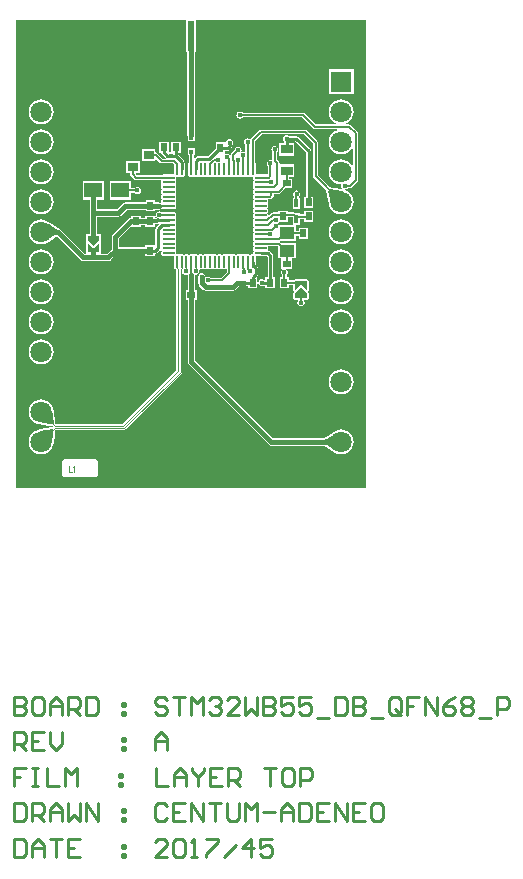
<source format=gtl>
G04 Layer_Physical_Order=1*
G04 Layer_Color=255*
%FSLAX44Y44*%
%MOMM*%
G71*
G01*
G75*
%ADD10R,0.5000X2.5000*%
%ADD11R,1.2000X4.9000*%
%ADD12R,0.3000X0.6500*%
%ADD13R,6.5000X6.5000*%
G04:AMPARAMS|DCode=14|XSize=0.25mm|YSize=1mm|CornerRadius=0mm|HoleSize=0mm|Usage=FLASHONLY|Rotation=270.000|XOffset=0mm|YOffset=0mm|HoleType=Round|Shape=Octagon|*
%AMOCTAGOND14*
4,1,8,0.5000,0.0625,0.5000,-0.0625,0.4375,-0.1250,-0.4375,-0.1250,-0.5000,-0.0625,-0.5000,0.0625,-0.4375,0.1250,0.4375,0.1250,0.5000,0.0625,0.0*
%
%ADD14OCTAGOND14*%

G04:AMPARAMS|DCode=15|XSize=0.25mm|YSize=1mm|CornerRadius=0mm|HoleSize=0mm|Usage=FLASHONLY|Rotation=180.000|XOffset=0mm|YOffset=0mm|HoleType=Round|Shape=Octagon|*
%AMOCTAGOND15*
4,1,8,0.0625,-0.5000,-0.0625,-0.5000,-0.1250,-0.4375,-0.1250,0.4375,-0.0625,0.5000,0.0625,0.5000,0.1250,0.4375,0.1250,-0.4375,0.0625,-0.5000,0.0*
%
%ADD15OCTAGOND15*%

%ADD16C,0.2540*%
%ADD17R,0.5080X0.6350*%
%ADD18R,0.6350X0.5080*%
%ADD19R,1.2500X1.0000*%
%ADD20R,1.0000X0.8000*%
%ADD21R,0.8500X0.7500*%
%ADD22R,1.5240X1.2700*%
%ADD23R,0.3000X0.3000*%
%ADD24C,0.2500*%
%ADD25C,0.4000*%
%ADD26C,0.2000*%
%ADD27C,0.4500*%
%ADD28C,0.1000*%
%ADD29C,0.2100*%
%ADD30C,0.1500*%
%ADD31C,0.3000*%
%ADD32C,0.2540*%
%ADD33C,0.1020*%
%ADD34C,1.8000*%
%ADD35R,1.8000X1.8000*%
%ADD36C,0.4000*%
G36*
X297961Y2039D02*
X2039D01*
Y397961D01*
X146000D01*
Y370810D01*
X146796D01*
Y301300D01*
X147049Y300032D01*
X147080Y299985D01*
Y295570D01*
X153080D01*
Y299895D01*
X153171Y300032D01*
X153424Y301300D01*
Y370810D01*
X154000D01*
Y397961D01*
X297961D01*
Y2039D01*
D02*
G37*
%LPC*%
G36*
X23000Y127991D02*
X20259Y127630D01*
X17705Y126572D01*
X15511Y124889D01*
X13828Y122695D01*
X12770Y120141D01*
X12409Y117400D01*
X12770Y114659D01*
X13828Y112105D01*
X15511Y109911D01*
X17705Y108228D01*
X20259Y107170D01*
X23000Y106809D01*
X25741Y107170D01*
X28295Y108228D01*
X30489Y109911D01*
X32172Y112105D01*
X33230Y114659D01*
X33591Y117400D01*
X33230Y120141D01*
X32172Y122695D01*
X30489Y124889D01*
X28295Y126572D01*
X25741Y127630D01*
X23000Y127991D01*
D02*
G37*
G36*
X277000Y204191D02*
X274259Y203830D01*
X271705Y202772D01*
X269511Y201089D01*
X267828Y198895D01*
X266770Y196341D01*
X266409Y193600D01*
X266770Y190859D01*
X267828Y188305D01*
X269511Y186111D01*
X271705Y184428D01*
X274259Y183370D01*
X277000Y183009D01*
X279741Y183370D01*
X282295Y184428D01*
X284489Y186111D01*
X286172Y188305D01*
X287230Y190859D01*
X287591Y193600D01*
X287230Y196341D01*
X286172Y198895D01*
X284489Y201089D01*
X282295Y202772D01*
X279741Y203830D01*
X277000Y204191D01*
D02*
G37*
G36*
X23000Y254991D02*
X20259Y254630D01*
X17705Y253572D01*
X15511Y251889D01*
X13828Y249695D01*
X12770Y247141D01*
X12409Y244400D01*
X12770Y241659D01*
X13828Y239105D01*
X15511Y236911D01*
X17705Y235228D01*
X20259Y234170D01*
X23000Y233809D01*
X25741Y234170D01*
X28295Y235228D01*
X30489Y236911D01*
X32172Y239105D01*
X33230Y241659D01*
X33591Y244400D01*
X33230Y247141D01*
X32172Y249695D01*
X30489Y251889D01*
X28295Y253572D01*
X25741Y254630D01*
X23000Y254991D01*
D02*
G37*
G36*
X277000Y229591D02*
X274259Y229230D01*
X271705Y228172D01*
X269511Y226489D01*
X267828Y224295D01*
X266770Y221741D01*
X266409Y219000D01*
X266770Y216259D01*
X267828Y213705D01*
X269511Y211511D01*
X271705Y209828D01*
X274259Y208770D01*
X277000Y208409D01*
X279741Y208770D01*
X282295Y209828D01*
X284489Y211511D01*
X286172Y213705D01*
X287230Y216259D01*
X287591Y219000D01*
X287230Y221741D01*
X286172Y224295D01*
X284489Y226489D01*
X282295Y228172D01*
X279741Y229230D01*
X277000Y229591D01*
D02*
G37*
G36*
Y102591D02*
X274259Y102230D01*
X271705Y101172D01*
X269511Y99489D01*
X267828Y97295D01*
X266770Y94741D01*
X266409Y92000D01*
X266770Y89259D01*
X267828Y86705D01*
X269511Y84511D01*
X271705Y82828D01*
X274259Y81770D01*
X277000Y81409D01*
X279741Y81770D01*
X282295Y82828D01*
X284489Y84511D01*
X286172Y86705D01*
X287230Y89259D01*
X287591Y92000D01*
X287230Y94741D01*
X286172Y97295D01*
X284489Y99489D01*
X282295Y101172D01*
X279741Y102230D01*
X277000Y102591D01*
D02*
G37*
G36*
Y178791D02*
X274259Y178430D01*
X271705Y177372D01*
X269511Y175689D01*
X267828Y173495D01*
X266770Y170941D01*
X266409Y168200D01*
X266770Y165459D01*
X267828Y162905D01*
X269511Y160711D01*
X271705Y159028D01*
X274259Y157970D01*
X277000Y157609D01*
X279741Y157970D01*
X282295Y159028D01*
X284489Y160711D01*
X286172Y162905D01*
X287230Y165459D01*
X287591Y168200D01*
X287230Y170941D01*
X286172Y173495D01*
X284489Y175689D01*
X282295Y177372D01*
X279741Y178430D01*
X277000Y178791D01*
D02*
G37*
G36*
X23000D02*
X20259Y178430D01*
X17705Y177372D01*
X15511Y175689D01*
X13828Y173495D01*
X12770Y170941D01*
X12409Y168200D01*
X12770Y165459D01*
X13828Y162905D01*
X15511Y160711D01*
X17705Y159028D01*
X20259Y157970D01*
X23000Y157609D01*
X25741Y157970D01*
X28295Y159028D01*
X30489Y160711D01*
X32172Y162905D01*
X33230Y165459D01*
X33591Y168200D01*
X33230Y170941D01*
X32172Y173495D01*
X30489Y175689D01*
X28295Y177372D01*
X25741Y178430D01*
X23000Y178791D01*
D02*
G37*
G36*
X277000Y153391D02*
X274259Y153030D01*
X271705Y151972D01*
X269511Y150289D01*
X267828Y148095D01*
X266770Y145541D01*
X266409Y142800D01*
X266770Y140059D01*
X267828Y137505D01*
X269511Y135311D01*
X271705Y133628D01*
X274259Y132570D01*
X277000Y132209D01*
X279741Y132570D01*
X282295Y133628D01*
X284489Y135311D01*
X286172Y137505D01*
X287230Y140059D01*
X287591Y142800D01*
X287230Y145541D01*
X286172Y148095D01*
X284489Y150289D01*
X282295Y151972D01*
X279741Y153030D01*
X277000Y153391D01*
D02*
G37*
G36*
X23000Y204191D02*
X20259Y203830D01*
X17705Y202772D01*
X15511Y201089D01*
X13828Y198895D01*
X12770Y196341D01*
X12409Y193600D01*
X12770Y190859D01*
X13828Y188305D01*
X15511Y186111D01*
X17705Y184428D01*
X20259Y183370D01*
X23000Y183009D01*
X25741Y183370D01*
X28295Y184428D01*
X30489Y186111D01*
X32172Y188305D01*
X33230Y190859D01*
X33591Y193600D01*
X33230Y196341D01*
X32172Y198895D01*
X30489Y201089D01*
X28295Y202772D01*
X25741Y203830D01*
X23000Y204191D01*
D02*
G37*
G36*
Y153391D02*
X20259Y153030D01*
X17705Y151972D01*
X15511Y150289D01*
X13828Y148095D01*
X12770Y145541D01*
X12409Y142800D01*
X12770Y140059D01*
X13828Y137505D01*
X15511Y135311D01*
X17705Y133628D01*
X20259Y132570D01*
X23000Y132209D01*
X25741Y132570D01*
X28295Y133628D01*
X30489Y135311D01*
X32172Y137505D01*
X33230Y140059D01*
X33591Y142800D01*
X33230Y145541D01*
X32172Y148095D01*
X30489Y150289D01*
X28295Y151972D01*
X25741Y153030D01*
X23000Y153391D01*
D02*
G37*
G36*
Y305791D02*
X20259Y305430D01*
X17705Y304372D01*
X15511Y302689D01*
X13828Y300495D01*
X12770Y297941D01*
X12409Y295200D01*
X12770Y292459D01*
X13828Y289905D01*
X15511Y287711D01*
X17705Y286028D01*
X20259Y284970D01*
X23000Y284609D01*
X25741Y284970D01*
X28295Y286028D01*
X30489Y287711D01*
X32172Y289905D01*
X33230Y292459D01*
X33591Y295200D01*
X33230Y297941D01*
X32172Y300495D01*
X30489Y302689D01*
X28295Y304372D01*
X25741Y305430D01*
X23000Y305791D01*
D02*
G37*
G36*
Y280391D02*
X20259Y280030D01*
X17705Y278972D01*
X15511Y277289D01*
X13828Y275095D01*
X12770Y272541D01*
X12409Y269800D01*
X12770Y267059D01*
X13828Y264505D01*
X15511Y262311D01*
X17705Y260628D01*
X20259Y259570D01*
X23000Y259209D01*
X25741Y259570D01*
X28295Y260628D01*
X30489Y262311D01*
X32172Y264505D01*
X33230Y267059D01*
X33591Y269800D01*
X33230Y272541D01*
X32172Y275095D01*
X30489Y277289D01*
X28295Y278972D01*
X25741Y280030D01*
X23000Y280391D01*
D02*
G37*
G36*
X69302Y26453D02*
X42302D01*
X41154Y25978D01*
X40679Y24830D01*
Y12830D01*
X41154Y11682D01*
X42302Y11206D01*
X69302D01*
X70450Y11682D01*
X70926Y12830D01*
Y24830D01*
X70450Y25978D01*
X69302Y26453D01*
D02*
G37*
G36*
X287500Y356500D02*
X266500D01*
Y335500D01*
X287500D01*
Y356500D01*
D02*
G37*
G36*
X23000Y331191D02*
X20259Y330830D01*
X17705Y329772D01*
X15511Y328089D01*
X13828Y325895D01*
X12770Y323341D01*
X12409Y320600D01*
X12770Y317859D01*
X13828Y315305D01*
X15511Y313111D01*
X17705Y311428D01*
X20259Y310370D01*
X23000Y310009D01*
X25741Y310370D01*
X28295Y311428D01*
X30489Y313111D01*
X32172Y315305D01*
X33230Y317859D01*
X33591Y320600D01*
X33230Y323341D01*
X32172Y325895D01*
X30489Y328089D01*
X28295Y329772D01*
X25741Y330830D01*
X23000Y331191D01*
D02*
G37*
G36*
X277000D02*
X274259Y330830D01*
X271705Y329772D01*
X269511Y328089D01*
X267828Y325895D01*
X266770Y323341D01*
X266409Y320600D01*
X266770Y317859D01*
X267828Y315305D01*
X269511Y313111D01*
X271705Y311428D01*
X274165Y310409D01*
X274065Y309909D01*
X255845D01*
X246442Y319312D01*
X245780Y319754D01*
X245000Y319909D01*
X193624D01*
X193541Y320033D01*
X192549Y320696D01*
X191378Y320929D01*
X190208Y320696D01*
X189215Y320033D01*
X188552Y319041D01*
X188319Y317870D01*
X188552Y316700D01*
X189215Y315707D01*
X190208Y315044D01*
X191378Y314811D01*
X192549Y315044D01*
X193541Y315707D01*
X193624Y315831D01*
X244155D01*
X253558Y306428D01*
X253558Y306428D01*
X254220Y305986D01*
X255000Y305831D01*
X273921D01*
X274020Y305331D01*
X271705Y304372D01*
X269511Y302689D01*
X267828Y300495D01*
X266770Y297941D01*
X266409Y295200D01*
X266770Y292459D01*
X267828Y289905D01*
X269511Y287711D01*
X271705Y286028D01*
X274259Y284970D01*
X277000Y284609D01*
X279741Y284970D01*
X282295Y286028D01*
X284489Y287711D01*
X286172Y289905D01*
X286670Y291109D01*
X287161Y291011D01*
Y273989D01*
X286670Y273891D01*
X286172Y275095D01*
X284489Y277289D01*
X282295Y278972D01*
X279741Y280030D01*
X277000Y280391D01*
X274259Y280030D01*
X271705Y278972D01*
X269511Y277289D01*
X267828Y275095D01*
X266770Y272541D01*
X266409Y269800D01*
X266770Y267059D01*
X267828Y264505D01*
X269511Y262311D01*
X271705Y260628D01*
X274259Y259570D01*
X276743Y259243D01*
X276757Y259237D01*
X277093Y258797D01*
X277110Y258720D01*
X276941Y257870D01*
X277174Y256700D01*
X277837Y255707D01*
X278192Y255470D01*
X278007Y254992D01*
X271924Y255919D01*
X269080Y256458D01*
X268596Y256578D01*
X268406Y256640D01*
X268346Y256673D01*
X268283Y256680D01*
X268260Y256687D01*
X268234Y256685D01*
X267941Y256717D01*
X267564Y256874D01*
X267455Y256828D01*
X257539Y266745D01*
Y294370D01*
X257539Y294370D01*
X257384Y295150D01*
X256942Y295812D01*
X256942Y295812D01*
X247812Y304942D01*
X247150Y305384D01*
X246370Y305539D01*
X208758D01*
X208758Y305539D01*
X207978Y305384D01*
X207316Y304942D01*
X207316Y304942D01*
X200568Y298194D01*
X200126Y297533D01*
X199807Y297400D01*
X199170Y297826D01*
X198000Y298059D01*
X196829Y297826D01*
X195837Y297163D01*
X195174Y296171D01*
X194941Y295000D01*
X195174Y293829D01*
X195837Y292837D01*
X195971Y292748D01*
Y286469D01*
X195530Y286233D01*
X195170Y286473D01*
X194000Y286706D01*
X192898Y286487D01*
X192675Y286686D01*
X192536Y286878D01*
X192759Y288000D01*
X192526Y289170D01*
X191863Y290163D01*
X190870Y290826D01*
X189700Y291059D01*
X188529Y290826D01*
X187537Y290163D01*
X186874Y289170D01*
X186641Y288000D01*
X186670Y287854D01*
X184083Y285267D01*
X183641Y284605D01*
X183486Y283825D01*
Y283587D01*
X183277Y283517D01*
X182986Y283504D01*
X182370Y284426D01*
X181378Y285089D01*
X180207Y285322D01*
X179545Y285190D01*
X179079Y285167D01*
X179079Y285167D01*
X178740Y285492D01*
X178740Y285492D01*
X178740Y285738D01*
Y287716D01*
X180927D01*
X181805Y287891D01*
X182549Y288388D01*
X184122Y289961D01*
X184619Y290706D01*
X184794Y291584D01*
X184794Y291584D01*
Y292533D01*
X185326Y293330D01*
X185559Y294500D01*
X185326Y295671D01*
X184663Y296663D01*
X183671Y297326D01*
X182500Y297559D01*
X181329Y297326D01*
X180337Y296663D01*
X179674Y295671D01*
X179441Y294500D01*
X179674Y293330D01*
X180044Y292777D01*
X179758Y292304D01*
X178740D01*
Y294685D01*
X170660D01*
Y289215D01*
X164340Y282894D01*
X156112D01*
X155234Y282719D01*
X154490Y282222D01*
X152559Y280291D01*
X152059Y280499D01*
Y283830D01*
X153080D01*
Y289830D01*
X147080D01*
Y283830D01*
X147981D01*
Y277705D01*
X147260Y276985D01*
Y266735D01*
X148635Y265360D01*
X151385D01*
X152010Y265985D01*
X152635Y265360D01*
X155385D01*
X156010Y265985D01*
X156635Y265360D01*
X159385D01*
X160010Y265985D01*
X160635Y265360D01*
X163385D01*
X164010Y265985D01*
X164635Y265360D01*
X167385D01*
X168010Y265985D01*
X168635Y265360D01*
X171385D01*
X172010Y265985D01*
X172635Y265360D01*
X175385D01*
X176010Y265985D01*
X176635Y265360D01*
X179385D01*
X180010Y265985D01*
X180635Y265360D01*
X183385D01*
X184010Y265985D01*
X184635Y265360D01*
X187385D01*
X188010Y265985D01*
X188635Y265360D01*
X191385D01*
X192010Y265985D01*
X192635Y265360D01*
X195385D01*
X196010Y265985D01*
X196635Y265360D01*
X199385D01*
X200010Y265985D01*
X200635Y265360D01*
X202288D01*
Y263453D01*
X202913Y262828D01*
X202288Y262203D01*
Y259453D01*
X202913Y258828D01*
X202288Y258203D01*
Y255453D01*
X202913Y254828D01*
X202288Y254203D01*
Y251453D01*
X202913Y250828D01*
X202288Y250203D01*
Y247453D01*
X202913Y246828D01*
X202288Y246203D01*
Y243453D01*
X202913Y242828D01*
X202288Y242203D01*
Y239453D01*
X202913Y238828D01*
X202288Y238203D01*
Y235453D01*
X202913Y234828D01*
X202288Y234203D01*
Y231453D01*
X202913Y230828D01*
X202288Y230203D01*
Y227453D01*
X202913Y226828D01*
X202288Y226203D01*
Y223453D01*
X202913Y222828D01*
X202288Y222203D01*
Y219453D01*
X202913Y218828D01*
X202288Y218203D01*
Y215453D01*
X202913Y214828D01*
X202288Y214203D01*
Y211453D01*
X202913Y210828D01*
X202288Y210203D01*
Y207453D01*
X202913Y206828D01*
X202288Y206203D01*
Y203453D01*
X202913Y202828D01*
X202288Y202203D01*
Y200296D01*
X200635D01*
X200010Y199671D01*
X199385Y200296D01*
X196635D01*
X196010Y199671D01*
X195385Y200296D01*
X192635D01*
X192010Y199671D01*
X191385Y200296D01*
X188635D01*
X188010Y199671D01*
X187385Y200296D01*
X184635D01*
X184010Y199671D01*
X183385Y200296D01*
X180635D01*
X180010Y199671D01*
X179385Y200296D01*
X176635D01*
X176010Y199671D01*
X175385Y200296D01*
X172635D01*
X172010Y199671D01*
X171385Y200296D01*
X168635D01*
X168010Y199671D01*
X167385Y200296D01*
X164635D01*
X164010Y199671D01*
X163385Y200296D01*
X160635D01*
X160010Y199671D01*
X159385Y200296D01*
X156635D01*
X156010Y199671D01*
X155385Y200296D01*
X152635D01*
X152010Y199671D01*
X151385Y200296D01*
X148635D01*
X148010Y199671D01*
X147385Y200296D01*
X144635D01*
X144010Y199671D01*
X143385Y200296D01*
X140635D01*
X140010Y199671D01*
X139385Y200296D01*
X137478D01*
Y202203D01*
X136853Y202828D01*
X137478Y203453D01*
Y206203D01*
X136853Y206828D01*
X137478Y207453D01*
Y210203D01*
X136853Y210828D01*
X137478Y211453D01*
Y214203D01*
X136853Y214828D01*
X137478Y215453D01*
Y218203D01*
X136853Y218828D01*
X137478Y219453D01*
Y222203D01*
X136853Y222828D01*
X137478Y223453D01*
Y226203D01*
X136853Y226828D01*
X137478Y227453D01*
Y230203D01*
X136853Y230828D01*
X137478Y231453D01*
Y234203D01*
X136103Y235578D01*
X125853D01*
X125614Y235338D01*
X125363Y235363D01*
X124370Y236026D01*
X123200Y236259D01*
X122029Y236026D01*
X121037Y235363D01*
X120374Y234370D01*
X120141Y233200D01*
X120374Y232029D01*
X120969Y231139D01*
X120208Y230630D01*
X119986Y230409D01*
X119040D01*
Y232535D01*
X110960D01*
Y230949D01*
X107540D01*
Y232565D01*
X99460D01*
Y230949D01*
X99063D01*
X97893Y230716D01*
X96900Y230053D01*
X83537Y216689D01*
X82874Y215697D01*
X82641Y214526D01*
X82641Y214526D01*
Y204387D01*
X78513Y200259D01*
X73646D01*
X73460Y200759D01*
X73912Y201850D01*
Y209700D01*
X73436Y210848D01*
X73555Y211340D01*
X73912Y212200D01*
Y215820D01*
X73436Y216968D01*
X72288Y217444D01*
X70347D01*
Y231751D01*
X88336D01*
X88336Y231751D01*
X89507Y231984D01*
X90499Y232647D01*
X95621Y237769D01*
X111553D01*
Y236153D01*
X119633D01*
Y237769D01*
X122680D01*
X123850Y238002D01*
X124843Y238665D01*
X125354Y238577D01*
X125853Y238078D01*
X136103D01*
X137478Y239453D01*
Y242203D01*
X136853Y242828D01*
X137478Y243453D01*
Y246203D01*
X136853Y246828D01*
X137478Y247453D01*
Y250203D01*
X136853Y250828D01*
X137478Y251453D01*
Y254203D01*
X136853Y254828D01*
X137478Y255453D01*
Y258203D01*
X136853Y258828D01*
X137478Y259453D01*
Y262203D01*
X136853Y262828D01*
X137478Y263453D01*
Y265360D01*
X139385D01*
X140010Y265985D01*
X140635Y265360D01*
X143385D01*
X144760Y266735D01*
Y276985D01*
X144304Y277441D01*
Y278300D01*
X144130Y279178D01*
X143632Y279922D01*
X139304Y284250D01*
Y285935D01*
X141040D01*
Y295285D01*
X132960D01*
Y286331D01*
X131930Y286126D01*
X131443Y285801D01*
X131040Y286133D01*
Y295385D01*
X122960D01*
Y286035D01*
X124767D01*
X124891Y285412D01*
X125388Y284668D01*
X128288Y281768D01*
X128350Y281726D01*
X128398Y281678D01*
X128756Y281439D01*
X128604Y280939D01*
X126047D01*
X121394Y285592D01*
X120733Y286034D01*
X119952Y286189D01*
X119800D01*
Y289400D01*
X108300D01*
Y278900D01*
X119800D01*
Y280765D01*
X120262Y280956D01*
X123760Y277458D01*
X124422Y277016D01*
X125202Y276861D01*
X134242D01*
X135260Y275842D01*
Y267578D01*
X125853D01*
X125142Y266867D01*
X104317D01*
X103246Y267938D01*
X103437Y268400D01*
X106300D01*
Y278900D01*
X94800D01*
Y268400D01*
X98511D01*
Y267750D01*
X98666Y266970D01*
X99108Y266308D01*
X102030Y263386D01*
X102030Y263386D01*
X102692Y262944D01*
X103472Y262789D01*
X124411D01*
X124602Y262327D01*
X124478Y262203D01*
Y259453D01*
X125103Y258828D01*
X124478Y258203D01*
Y255453D01*
X125103Y254828D01*
X124478Y254203D01*
Y251453D01*
X125103Y250828D01*
X124478Y250203D01*
Y247453D01*
X125103Y246828D01*
X124478Y246203D01*
Y243836D01*
X123978Y243568D01*
X123850Y243654D01*
X122680Y243887D01*
X119633D01*
Y245503D01*
X111553D01*
Y243887D01*
X94354D01*
X93183Y243654D01*
X92191Y242991D01*
X92191Y242991D01*
X87069Y237869D01*
X70399D01*
Y246109D01*
X76460D01*
Y261809D01*
X58220D01*
Y246109D01*
X64281D01*
Y235465D01*
X64181Y234962D01*
X64229Y234721D01*
Y217444D01*
X62288D01*
X61140Y216968D01*
X60664Y215820D01*
Y212200D01*
X61021Y211340D01*
X61140Y210848D01*
X60664Y209700D01*
Y201850D01*
X61116Y200759D01*
X60930Y200259D01*
X59947D01*
X39173Y221033D01*
X38379Y221563D01*
X38303Y221852D01*
X38203Y221910D01*
X38158Y222018D01*
X37678Y222217D01*
X37230Y222479D01*
X36988Y222512D01*
X36718Y222599D01*
X36326Y222773D01*
X30739Y226465D01*
X29460Y227434D01*
X29152Y227515D01*
X28295Y228172D01*
X25741Y229230D01*
X23000Y229591D01*
X20259Y229230D01*
X17705Y228172D01*
X15511Y226489D01*
X13828Y224295D01*
X12770Y221741D01*
X12409Y219000D01*
X12770Y216259D01*
X13828Y213705D01*
X15511Y211511D01*
X17705Y209828D01*
X20259Y208770D01*
X23000Y208409D01*
X25741Y208770D01*
X28295Y209828D01*
X29006Y210374D01*
X29293Y210441D01*
X31831Y212264D01*
X33918Y213654D01*
X35566Y214626D01*
X36179Y214935D01*
X36489Y215065D01*
X56517Y195037D01*
X57509Y194374D01*
X58680Y194141D01*
X58680Y194141D01*
X67000D01*
X67144Y194170D01*
X67288Y194141D01*
X79780D01*
X79780Y194141D01*
X80951Y194374D01*
X81943Y195037D01*
X86707Y199801D01*
X110960D01*
Y198185D01*
X119040D01*
Y200566D01*
X119360D01*
X120238Y200740D01*
X120982Y201238D01*
X123682Y203938D01*
X123978Y204381D01*
X124478Y204229D01*
Y203453D01*
X125103Y202828D01*
X124478Y202203D01*
Y199453D01*
X125853Y198078D01*
X135260D01*
Y188671D01*
X136635Y187296D01*
X136801D01*
X136862Y187148D01*
X137387Y186623D01*
Y101911D01*
X91899Y56424D01*
X35473D01*
X35140Y56757D01*
X35150Y56781D01*
X35102Y56895D01*
X35133Y57015D01*
X33517Y68101D01*
X33358Y68369D01*
X33230Y69341D01*
X32172Y71895D01*
X30489Y74089D01*
X28295Y75772D01*
X25741Y76830D01*
X23000Y77191D01*
X20259Y76830D01*
X17705Y75772D01*
X15511Y74089D01*
X13828Y71895D01*
X12770Y69341D01*
X12409Y66600D01*
X12770Y63859D01*
X13828Y61305D01*
X15511Y59111D01*
X17705Y57428D01*
X20259Y56370D01*
X21233Y56242D01*
X21502Y56083D01*
X29790Y54894D01*
X32416Y54499D01*
X32494Y54483D01*
X32661Y54516D01*
X32819Y54450D01*
X32843Y54461D01*
X33404Y53900D01*
X32843Y53340D01*
X32819Y53350D01*
X32705Y53302D01*
X32585Y53333D01*
X21499Y51717D01*
X21231Y51558D01*
X20259Y51430D01*
X17705Y50372D01*
X15511Y48689D01*
X13828Y46495D01*
X12770Y43941D01*
X12409Y41200D01*
X12770Y38459D01*
X13828Y35905D01*
X15511Y33711D01*
X17705Y32028D01*
X20259Y30970D01*
X23000Y30609D01*
X25741Y30970D01*
X28295Y32028D01*
X30489Y33711D01*
X32172Y35905D01*
X33230Y38459D01*
X33358Y39433D01*
X33517Y39702D01*
X34706Y47990D01*
X35101Y50616D01*
X35117Y50693D01*
X35107Y50745D01*
X35367Y51093D01*
X35612Y51176D01*
X93400D01*
X94548Y51652D01*
X142158Y99262D01*
X142634Y100410D01*
Y184482D01*
X143134Y184531D01*
X143174Y184329D01*
X143837Y183337D01*
X144830Y182674D01*
X146000Y182441D01*
X146601Y182561D01*
X146784Y182377D01*
X146952Y182121D01*
Y169640D01*
X145335D01*
Y161560D01*
X146991D01*
Y108850D01*
X146991Y108850D01*
X147224Y107680D01*
X147887Y106687D01*
X215667Y38907D01*
X216660Y38244D01*
X217830Y38011D01*
X217830Y38011D01*
X261679D01*
X261679Y38011D01*
X261725Y37905D01*
X262208Y37713D01*
X262661Y37458D01*
X262952Y37423D01*
X263268Y37331D01*
X263765Y37128D01*
X264359Y36836D01*
X269406Y33586D01*
X270706Y32641D01*
X270996Y32572D01*
X271705Y32028D01*
X274259Y30970D01*
X277000Y30609D01*
X279741Y30970D01*
X282295Y32028D01*
X284489Y33711D01*
X286172Y35905D01*
X287230Y38459D01*
X287591Y41200D01*
X287230Y43941D01*
X286172Y46495D01*
X284489Y48689D01*
X282295Y50372D01*
X279741Y51430D01*
X277000Y51791D01*
X274259Y51430D01*
X271705Y50372D01*
X270864Y49727D01*
X270562Y49651D01*
X268030Y47769D01*
X265942Y46335D01*
X264285Y45334D01*
X263666Y45016D01*
X263178Y44809D01*
X262874Y44716D01*
X262593Y44681D01*
X262125Y44414D01*
X261632Y44201D01*
X261603Y44129D01*
X219097D01*
X153109Y110117D01*
Y161560D01*
X154685D01*
Y169640D01*
X153069D01*
Y182194D01*
X152992Y182580D01*
X153346Y182933D01*
X154010Y182801D01*
X155181Y183034D01*
X156173Y183697D01*
X156836Y184689D01*
X157069Y185860D01*
X156883Y186796D01*
X157214Y187296D01*
X159385D01*
X160010Y187921D01*
X160635Y187296D01*
X163385D01*
X164010Y187921D01*
X164635Y187296D01*
X167385D01*
X168010Y187921D01*
X168635Y187296D01*
X171385D01*
X172010Y187921D01*
X172635Y187296D01*
X175385D01*
X176010Y187921D01*
X176635Y187296D01*
X179385D01*
X179509Y187420D01*
X179971Y187229D01*
Y184704D01*
X175106Y179839D01*
X166546D01*
X166463Y179963D01*
X165471Y180626D01*
X164300Y180859D01*
X163130Y180626D01*
X162600Y180272D01*
X162159Y180508D01*
Y180900D01*
X161926Y182071D01*
X161263Y183063D01*
X160271Y183726D01*
X159100Y183959D01*
X157929Y183726D01*
X156937Y183063D01*
X156274Y182071D01*
X156041Y180900D01*
Y175500D01*
X156041Y175500D01*
X156274Y174329D01*
X156937Y173337D01*
X156937Y173337D01*
X160337Y169937D01*
X160337Y169937D01*
X161329Y169274D01*
X162500Y169041D01*
X162500Y169041D01*
X185250D01*
X185251Y169041D01*
X186421Y169274D01*
X187413Y169937D01*
X190287Y172811D01*
X195000D01*
X196171Y173044D01*
X196967Y173576D01*
X197970D01*
Y171175D01*
X206050D01*
Y180525D01*
X205432D01*
X205241Y180986D01*
X206222Y181968D01*
X206719Y182712D01*
X206894Y183590D01*
Y187919D01*
X206719Y188797D01*
X206222Y189541D01*
X204760Y191003D01*
Y198078D01*
X213913D01*
X214432Y198027D01*
X214716Y197743D01*
Y180514D01*
X212970D01*
Y178133D01*
X211997D01*
X211201Y178665D01*
X210031Y178898D01*
X208860Y178665D01*
X207868Y178002D01*
X207205Y177010D01*
X206972Y175839D01*
X207205Y174669D01*
X207868Y173676D01*
X208860Y173013D01*
X210031Y172780D01*
X211201Y173013D01*
X211997Y173545D01*
X212970D01*
Y171164D01*
X221050D01*
Y180514D01*
X219304D01*
Y198860D01*
X219130Y199738D01*
X218632Y200482D01*
X216664Y202450D01*
X215920Y202947D01*
X215561Y203019D01*
X215288Y203453D01*
Y206203D01*
X215164Y206327D01*
X215356Y206789D01*
X223197D01*
X223250Y206736D01*
Y196370D01*
X226239D01*
X226335Y195910D01*
X226335D01*
Y187830D01*
X227130D01*
X227282Y187330D01*
X226837Y187033D01*
X226174Y186040D01*
X225941Y184870D01*
X226174Y183699D01*
X226837Y182707D01*
X226961Y182624D01*
Y180535D01*
X224960D01*
Y171185D01*
X233040D01*
Y173911D01*
X236376D01*
Y169370D01*
X236852Y168222D01*
X236886Y168052D01*
X236852Y168018D01*
X236376Y166870D01*
Y163250D01*
X236852Y162102D01*
X238000Y161626D01*
X240961D01*
Y161115D01*
X240837Y161033D01*
X240174Y160040D01*
X239941Y158870D01*
X240174Y157699D01*
X240837Y156707D01*
X241829Y156044D01*
X243000Y155811D01*
X244170Y156044D01*
X245163Y156707D01*
X245826Y157699D01*
X246059Y158870D01*
X245826Y160040D01*
X245163Y161033D01*
X245039Y161115D01*
Y161626D01*
X248000D01*
X249148Y162102D01*
X249624Y163250D01*
Y166870D01*
X249148Y168018D01*
X249114Y168052D01*
X249148Y168222D01*
X249624Y169370D01*
Y177220D01*
X249148Y178368D01*
X248000Y178844D01*
X238000D01*
X236852Y178368D01*
X236695Y177989D01*
X233040D01*
Y180535D01*
X231039D01*
Y182624D01*
X231163Y182707D01*
X231826Y183699D01*
X232059Y184870D01*
X231826Y186040D01*
X231163Y187033D01*
X230718Y187330D01*
X230870Y187830D01*
X235685D01*
Y195910D01*
X235685D01*
X235782Y196370D01*
X238750D01*
Y209370D01*
X226384D01*
X225484Y210270D01*
X225251Y210426D01*
X225276Y210737D01*
X225334Y210972D01*
X225930Y211370D01*
X238750D01*
Y215821D01*
X240960D01*
Y213185D01*
X249040D01*
Y222535D01*
X240960D01*
Y219899D01*
X238750D01*
Y224370D01*
X224625D01*
X224526Y224870D01*
X223863Y225863D01*
X223708Y225966D01*
Y226466D01*
X224263Y226837D01*
X224594Y227333D01*
X231878D01*
Y231261D01*
X235975D01*
X236014Y231222D01*
Y224974D01*
X242014D01*
Y229831D01*
X245460D01*
Y227235D01*
X253540D01*
Y236585D01*
X245460D01*
Y233909D01*
X242014D01*
Y234474D01*
X238530D01*
X238262Y234742D01*
X237600Y235184D01*
X236820Y235339D01*
X231878D01*
Y236683D01*
X223798D01*
Y235339D01*
X219000D01*
X219000Y235339D01*
X218220Y235184D01*
X217558Y234742D01*
X217558Y234742D01*
X215750Y232934D01*
X215288Y233125D01*
Y234203D01*
X214663Y234828D01*
X215288Y235453D01*
Y238203D01*
X214663Y238828D01*
X215288Y239453D01*
Y242203D01*
X214663Y242828D01*
X215288Y243453D01*
Y246203D01*
X215164Y246327D01*
X215356Y246789D01*
X216978D01*
X217759Y246944D01*
X218420Y247386D01*
X219452Y248418D01*
X219452Y248418D01*
X219894Y249079D01*
X220049Y249860D01*
X220049Y249860D01*
Y250789D01*
X223989D01*
X224769Y250944D01*
X225431Y251386D01*
X229864Y255820D01*
X235695D01*
Y263900D01*
X233060D01*
Y265343D01*
X237510D01*
Y276343D01*
X224839D01*
Y277100D01*
X224684Y277880D01*
X224242Y278542D01*
X224242Y278542D01*
X222939Y279845D01*
Y286654D01*
X223063Y286737D01*
X223726Y287729D01*
X223959Y288900D01*
X223726Y290070D01*
X223063Y291063D01*
X222071Y291726D01*
X220900Y291959D01*
X219729Y291726D01*
X218737Y291063D01*
X218074Y290070D01*
X217841Y288900D01*
X218074Y287729D01*
X218737Y286737D01*
X218861Y286654D01*
Y279762D01*
X218420Y279526D01*
X218181Y279686D01*
X217010Y279918D01*
X215840Y279686D01*
X214847Y279023D01*
X214184Y278030D01*
X213951Y276860D01*
X214184Y275689D01*
X214847Y274697D01*
X214971Y274614D01*
Y267227D01*
X214471Y267020D01*
X213913Y267578D01*
X204760D01*
Y276985D01*
X204049Y277695D01*
Y295908D01*
X209603Y301461D01*
X245525D01*
X253461Y293525D01*
Y265900D01*
X253616Y265120D01*
X254058Y264458D01*
X264571Y253945D01*
X264526Y253836D01*
X264585Y253695D01*
X264552Y253546D01*
X266492Y242843D01*
X266646Y242605D01*
X266770Y241659D01*
X267828Y239105D01*
X269511Y236911D01*
X271705Y235228D01*
X274259Y234170D01*
X277000Y233809D01*
X279741Y234170D01*
X282295Y235228D01*
X284489Y236911D01*
X286172Y239105D01*
X287230Y241659D01*
X287591Y244400D01*
X287230Y247141D01*
X286172Y249695D01*
X284489Y251889D01*
X282295Y253572D01*
X280361Y254373D01*
X280412Y254893D01*
X281171Y255044D01*
X281435Y255221D01*
X281544Y255207D01*
X281579Y255217D01*
X281584Y255216D01*
X281598Y255221D01*
X281600Y255222D01*
X281611Y255223D01*
X281921Y255245D01*
X282038Y255247D01*
X282600Y255487D01*
X283166Y255722D01*
X283170Y255732D01*
X283180Y255736D01*
X283218Y255831D01*
X284370D01*
X285150Y255986D01*
X285812Y256428D01*
X290642Y261258D01*
X291084Y261920D01*
X291239Y262700D01*
Y302500D01*
X291239Y302500D01*
X291084Y303280D01*
X290642Y303942D01*
X285272Y309312D01*
X284610Y309754D01*
X283830Y309909D01*
X279935D01*
X279835Y310409D01*
X282295Y311428D01*
X284489Y313111D01*
X286172Y315305D01*
X287230Y317859D01*
X287591Y320600D01*
X287230Y323341D01*
X286172Y325895D01*
X284489Y328089D01*
X282295Y329772D01*
X279741Y330830D01*
X277000Y331191D01*
D02*
G37*
G36*
X231000Y300929D02*
X229830Y300696D01*
X228837Y300033D01*
X228174Y299041D01*
X227941Y297870D01*
X228174Y296700D01*
X228706Y295903D01*
Y294377D01*
X224510D01*
Y283377D01*
X237510D01*
Y294377D01*
X233294D01*
Y295576D01*
X238050D01*
X247206Y286420D01*
Y248565D01*
X245460D01*
Y239215D01*
X253540D01*
Y248565D01*
X251794D01*
Y287370D01*
X251619Y288248D01*
X251122Y288992D01*
X240622Y299492D01*
X239878Y299989D01*
X239000Y300164D01*
X232967D01*
X232171Y300696D01*
X231000Y300929D01*
D02*
G37*
G36*
X239400Y253959D02*
X238230Y253726D01*
X237237Y253063D01*
X236574Y252071D01*
X236341Y250900D01*
X236574Y249729D01*
X236975Y249130D01*
Y247974D01*
X236014D01*
Y238474D01*
X242014D01*
Y247974D01*
X241297D01*
X241169Y248474D01*
X241563Y248737D01*
X242226Y249729D01*
X242459Y250900D01*
X242226Y252071D01*
X241563Y253063D01*
X240571Y253726D01*
X239400Y253959D01*
D02*
G37*
G36*
X99320Y261809D02*
X81080D01*
Y246109D01*
X99320D01*
Y252061D01*
X102127D01*
X102209Y251937D01*
X103202Y251274D01*
X104372Y251041D01*
X105542Y251274D01*
X106535Y251937D01*
X107198Y252929D01*
X107431Y254100D01*
X107198Y255271D01*
X106535Y256263D01*
X105542Y256926D01*
X104372Y257159D01*
X103202Y256926D01*
X102209Y256263D01*
X102127Y256139D01*
X99320D01*
Y261809D01*
D02*
G37*
%LPD*%
G36*
X33526Y51019D02*
X33502Y50900D01*
X33099Y48225D01*
X31910Y39933D01*
X21733Y50110D01*
X32819Y51726D01*
X33526Y51019D01*
D02*
G37*
G36*
X271661Y33955D02*
X270323Y34927D01*
X265159Y38252D01*
X264431Y38610D01*
X263804Y38865D01*
X263279Y39019D01*
X262856Y39070D01*
X262796Y43070D01*
X263214Y43123D01*
X263734Y43281D01*
X264354Y43545D01*
X265076Y43914D01*
X266823Y44970D01*
X268974Y46448D01*
X271531Y48348D01*
X271661Y33955D01*
D02*
G37*
G36*
X33526Y56781D02*
X32819Y56074D01*
X32700Y56098D01*
X30025Y56501D01*
X21733Y57690D01*
X31910Y67867D01*
X33526Y56781D01*
D02*
G37*
G36*
X122993Y225555D02*
X120438Y223000D01*
X119941Y222256D01*
X119766Y221378D01*
Y206635D01*
X119540Y206458D01*
X119040Y206701D01*
Y207535D01*
X110960D01*
Y205919D01*
X108171D01*
X108160Y205926D01*
X106990Y206158D01*
X105820Y205926D01*
X105809Y205919D01*
X88759D01*
Y213259D01*
X98998Y223499D01*
X99460Y223307D01*
Y223215D01*
X107540D01*
Y224831D01*
X110960D01*
Y223185D01*
X119040D01*
Y225311D01*
X121042D01*
X122018Y225505D01*
X122674Y225944D01*
X122993Y225555D01*
D02*
G37*
G36*
X29801Y225139D02*
X35544Y221344D01*
X36137Y221081D01*
X36625Y220923D01*
X37010Y220870D01*
Y216870D01*
X36610Y216819D01*
X36106Y216666D01*
X35498Y216410D01*
X34787Y216052D01*
X33054Y215030D01*
X30907Y213599D01*
X28346Y211759D01*
X28479Y226140D01*
X29801Y225139D01*
D02*
G37*
G36*
X280960Y259032D02*
X281030Y258998D01*
X281113Y258968D01*
X281207Y258942D01*
X281313Y258920D01*
X281430Y258902D01*
X281701Y258878D01*
X282018Y258870D01*
Y256870D01*
X281854Y256868D01*
X281430Y256838D01*
X281313Y256820D01*
X281207Y256798D01*
X281113Y256772D01*
X281030Y256742D01*
X280960Y256709D01*
X280901Y256671D01*
Y259069D01*
X280960Y259032D01*
D02*
G37*
G36*
X267759Y255143D02*
X268148Y255017D01*
X268732Y254871D01*
X271651Y254318D01*
X278267Y253310D01*
X268090Y243133D01*
X266150Y253836D01*
X267564Y255250D01*
X267759Y255143D01*
D02*
G37*
G36*
X248000Y169370D02*
X243000Y174370D01*
X238000Y169370D01*
Y177220D01*
X248000D01*
Y169370D01*
D02*
G37*
G36*
Y166870D02*
Y163250D01*
X238000D01*
Y166870D01*
X243000Y171870D01*
X248000Y166870D01*
D02*
G37*
G36*
X72288Y212200D02*
X67288Y207200D01*
X62288Y212200D01*
Y215820D01*
X72288D01*
Y212200D01*
D02*
G37*
G36*
Y201850D02*
X62288D01*
Y209700D01*
X67288Y204700D01*
X72288Y209700D01*
Y201850D01*
D02*
G37*
D10*
X150000Y384810D02*
D03*
D11*
X107500Y373380D02*
D03*
X192500D02*
D03*
D12*
X239014Y243224D02*
D03*
Y229724D02*
D03*
D13*
X170010Y232828D02*
D03*
D14*
X208788Y200828D02*
D03*
Y204828D02*
D03*
Y208828D02*
D03*
Y212828D02*
D03*
Y216828D02*
D03*
Y220828D02*
D03*
Y224828D02*
D03*
Y228828D02*
D03*
Y232828D02*
D03*
Y236828D02*
D03*
Y240828D02*
D03*
Y244828D02*
D03*
Y248828D02*
D03*
Y252828D02*
D03*
Y256828D02*
D03*
Y260828D02*
D03*
Y264828D02*
D03*
X130978D02*
D03*
Y260828D02*
D03*
Y256828D02*
D03*
Y252828D02*
D03*
Y248828D02*
D03*
Y244828D02*
D03*
Y240828D02*
D03*
Y236828D02*
D03*
Y232828D02*
D03*
Y228828D02*
D03*
Y224828D02*
D03*
Y220828D02*
D03*
Y216828D02*
D03*
Y212828D02*
D03*
Y208828D02*
D03*
Y204828D02*
D03*
Y200828D02*
D03*
D15*
X202010Y271860D02*
D03*
X198010D02*
D03*
X194010D02*
D03*
X190010D02*
D03*
X186010D02*
D03*
X182010D02*
D03*
X178010D02*
D03*
X174010D02*
D03*
X170010D02*
D03*
X166010D02*
D03*
X162010D02*
D03*
X158010D02*
D03*
X154010D02*
D03*
X150010D02*
D03*
X146010D02*
D03*
X142010D02*
D03*
X138010D02*
D03*
Y193796D02*
D03*
X142010D02*
D03*
X146010D02*
D03*
X150010D02*
D03*
X154010D02*
D03*
X158010D02*
D03*
X162010D02*
D03*
X166010D02*
D03*
X170010D02*
D03*
X174010D02*
D03*
X178010D02*
D03*
X182010D02*
D03*
X186010D02*
D03*
X190010D02*
D03*
X194010D02*
D03*
X198010D02*
D03*
X202010D02*
D03*
D16*
X67288Y203120D02*
D03*
Y213200D02*
D03*
X243000Y175950D02*
D03*
Y165870D02*
D03*
D17*
X127000Y290710D02*
D03*
Y302690D02*
D03*
X137000Y290610D02*
D03*
Y302590D02*
D03*
X227838Y243988D02*
D03*
Y232008D02*
D03*
X174700Y301990D02*
D03*
Y290010D02*
D03*
X245000Y205880D02*
D03*
Y217860D02*
D03*
X115000Y190880D02*
D03*
Y202860D02*
D03*
X115593Y252807D02*
D03*
Y240828D02*
D03*
X217010Y175839D02*
D03*
Y163860D02*
D03*
X229000Y175860D02*
D03*
Y163880D02*
D03*
X249500Y243890D02*
D03*
Y231910D02*
D03*
X202010Y163870D02*
D03*
Y175849D02*
D03*
X115000Y227860D02*
D03*
Y215880D02*
D03*
X103500Y215910D02*
D03*
Y227890D02*
D03*
D18*
X242990Y191870D02*
D03*
X231010D02*
D03*
X150010Y165600D02*
D03*
X161990D02*
D03*
X243000Y259860D02*
D03*
X231021D02*
D03*
D19*
X231000Y202870D02*
D03*
Y217870D02*
D03*
D20*
X231010Y288877D02*
D03*
Y270843D02*
D03*
D21*
X100550Y284150D02*
D03*
X114050D02*
D03*
Y273650D02*
D03*
X100550D02*
D03*
D22*
X90200Y253959D02*
D03*
X67340D02*
D03*
D23*
X150080Y298570D02*
D03*
Y286830D02*
D03*
Y292700D02*
D03*
X155080Y298570D02*
D03*
Y286830D02*
D03*
Y292700D02*
D03*
D24*
X217010Y176870D02*
X218041D01*
X137010Y283300D02*
Y290610D01*
X127010Y286290D02*
Y290710D01*
X154010Y278498D02*
X156112Y280600D01*
X165290D01*
X154010Y271860D02*
Y278498D01*
X202010Y190509D02*
Y193796D01*
Y175850D02*
Y181000D01*
X204600Y183590D01*
Y187919D01*
X202010Y190509D02*
X204600Y187919D01*
X182500Y291584D02*
Y294500D01*
X180927Y290010D02*
X182500Y291584D01*
X174700Y290010D02*
X180927D01*
X165290Y280600D02*
X174700Y290010D01*
X239000Y297870D02*
X249500Y287370D01*
Y243890D02*
Y287370D01*
X122060Y205560D02*
Y221378D01*
X119360Y202860D02*
X122060Y205560D01*
X115000Y202860D02*
X119360D01*
X231000Y297870D02*
X239000D01*
X231000Y288887D02*
X231010Y288877D01*
X231000Y288887D02*
Y297870D01*
X210031Y175839D02*
X217010D01*
X195000Y175870D02*
X201990D01*
X217010Y176870D02*
Y198860D01*
X208788Y200828D02*
X215042D01*
X217010Y198860D01*
Y175839D02*
X218041Y176870D01*
X122010Y228828D02*
X130978D01*
X125510Y224828D02*
X130978D01*
X122060Y221378D02*
X125510Y224828D01*
X127010Y286290D02*
X129910Y283390D01*
X129921Y283400D01*
X130021Y283300D01*
X133100D01*
X142010Y271860D02*
Y278300D01*
X133100Y283300D02*
X137010D01*
X142010Y278300D01*
D25*
X85440Y202860D02*
X115000D01*
X67288Y197200D02*
Y203120D01*
X99063Y227890D02*
X103500D01*
X85700Y214526D02*
X99063Y227890D01*
X67340Y234962D02*
Y253959D01*
X67240Y234962D02*
X67340Y234862D01*
X67288Y213200D02*
Y234810D01*
X88336D01*
X115593Y240828D02*
X122680D01*
X94354D02*
X115593D01*
X88336Y234810D02*
X94354Y240828D01*
X185251Y172100D02*
X189021Y175870D01*
X162500Y172100D02*
X185251D01*
X159100Y175500D02*
X162500Y172100D01*
X159100Y175500D02*
Y180900D01*
X79780Y197200D02*
X85440Y202860D01*
X85700Y203120D02*
Y214526D01*
X67288Y197200D02*
X79780D01*
X67000Y202832D02*
X67288Y203120D01*
X37010Y218870D02*
X58680Y197200D01*
X67000D02*
Y202832D01*
X58680Y197200D02*
X67000D01*
X23130Y218870D02*
X37010D01*
X150010Y165600D02*
Y182194D01*
X150050Y108850D02*
X217830Y41070D01*
X189021Y175870D02*
X195000D01*
X103500Y227890D02*
X114970D01*
X150050Y108850D02*
Y165600D01*
X217830Y41070D02*
X277000D01*
D26*
X90200Y253959D02*
X90341Y254100D01*
X104372D01*
X122680Y240828D02*
X130978D01*
X219240Y229000D02*
X222100D01*
X215068Y224828D02*
X219240Y229000D01*
X208788Y224828D02*
X215068D01*
X214528Y228828D02*
X219000Y233300D01*
X208788Y228828D02*
X214528D01*
X218828Y220828D02*
X221700Y223700D01*
X208788Y220828D02*
X218828D01*
X236820Y233300D02*
X239010Y231110D01*
X194500Y184900D02*
Y187800D01*
X194010Y188290D02*
X194500Y187800D01*
X194010Y188290D02*
Y193796D01*
X198010Y187290D02*
X199700Y185600D01*
X198010Y187290D02*
Y193796D01*
X208788Y260828D02*
X208860Y260900D01*
X217500D01*
X164300Y177800D02*
X175951D01*
X123572Y232828D02*
X130978D01*
X123200Y233200D02*
X123572Y232828D01*
X182010Y271860D02*
Y280460D01*
X180207Y282263D02*
X182010Y280460D01*
X186010Y271860D02*
Y278990D01*
X185525Y279475D02*
X186010Y278990D01*
X185525Y279475D02*
Y283825D01*
X189700Y288000D01*
X194010Y271860D02*
Y283637D01*
X194000Y283647D02*
X194010Y283637D01*
X198010Y279203D02*
Y294990D01*
X198000Y279193D02*
X198010Y279203D01*
X198000Y271870D02*
Y279193D01*
Y295000D02*
X198010Y294990D01*
X202010Y271860D02*
Y296752D01*
X202010Y271860D02*
X202010Y271860D01*
X198000Y271870D02*
X198010Y271860D01*
X190010D02*
Y279860D01*
X189970Y279899D02*
X190010Y279860D01*
X239014Y243224D02*
Y250514D01*
X239400Y250900D01*
X220900Y279000D02*
X222800Y277100D01*
X220900Y279000D02*
Y288900D01*
X222800Y259650D02*
Y277100D01*
X175951Y177800D02*
X182010Y183860D01*
X150010Y182271D02*
Y193796D01*
X255500Y265900D02*
X277000Y244400D01*
X280000Y257870D02*
X284370D01*
X255000Y307870D02*
X283830D01*
X23000Y219000D02*
X23130Y218870D01*
X208758Y303500D02*
X246370D01*
X202010Y296752D02*
X208758Y303500D01*
X246370D02*
X255500Y294370D01*
Y265900D02*
Y294370D01*
X216900Y163750D02*
X217010Y163860D01*
X191378Y317870D02*
X245000D01*
X208788Y216828D02*
X217170D01*
X202010Y163870D02*
X202184Y163696D01*
X245000Y317870D02*
X255000Y307870D01*
X219978Y256828D02*
X222800Y259650D01*
X231000Y217870D02*
X231010Y217860D01*
X245000D01*
X243000Y158870D02*
Y165870D01*
X229000Y175860D02*
Y184870D01*
Y175860D02*
X229090Y175950D01*
X243000D01*
X242990Y191870D02*
X244000D01*
X231000Y191880D02*
X231010Y191870D01*
X231000Y191880D02*
Y202870D01*
X224042Y208828D02*
X228010Y204860D01*
X208788Y208828D02*
X224042D01*
X201990Y175870D02*
X202010Y175850D01*
Y175850D02*
Y175850D01*
X217010Y265860D02*
Y276860D01*
X215978Y264828D02*
X217010Y265860D01*
X208788Y256828D02*
X219978D01*
X208788Y264828D02*
X215978D01*
X182010Y183860D02*
Y193796D01*
X243000Y259860D02*
Y267850D01*
X231010Y270843D02*
X231021Y270832D01*
Y259860D02*
Y270832D01*
X218010Y249860D02*
Y252828D01*
X239010Y231110D02*
X239771Y231870D01*
X208788Y252828D02*
X218010D01*
X216978Y248828D02*
X218010Y249860D01*
X208788Y248828D02*
X216978D01*
X202010Y175850D02*
X202010Y175849D01*
X103260Y284110D02*
X104021Y284870D01*
X103472Y264828D02*
X130978D01*
X218010Y252828D02*
X223989D01*
X231021Y259860D01*
X208788Y212828D02*
X224512D01*
X227990Y216306D01*
X284370Y257870D02*
X289200Y262700D01*
Y302500D01*
X283830Y307870D02*
X289200Y302500D01*
X138010Y271860D02*
Y275976D01*
X125202Y278900D02*
X135086D01*
X138010Y275976D01*
X119952Y284150D02*
X125202Y278900D01*
X114050Y284150D02*
X119952D01*
X100550Y267750D02*
X103472Y264828D01*
X100550Y267750D02*
Y273650D01*
X149936Y271934D02*
X150010Y271860D01*
X150021Y271870D01*
X219000Y233300D02*
X236820D01*
X239771Y231870D02*
X249500D01*
X227990Y216306D02*
Y219860D01*
X149896Y271974D02*
X149907Y271984D01*
X150020Y271870D02*
Y286930D01*
X101521Y285849D02*
X103260Y284110D01*
X243000Y190870D02*
X244000Y191870D01*
X229010Y243849D02*
Y251860D01*
D27*
X150110Y301300D02*
Y384700D01*
D28*
X146010Y184873D02*
X146100Y184783D01*
X146000Y184883D02*
X146010Y184873D01*
Y184694D02*
Y184873D01*
X146000Y184883D02*
Y185500D01*
X146010Y184694D02*
X146100Y184783D01*
X142010Y188296D02*
Y193796D01*
X141010Y187296D02*
X142010Y188296D01*
X141010Y100410D02*
Y187296D01*
X138010Y188296D02*
X139010Y187296D01*
X138010Y188296D02*
Y193796D01*
X139010Y101239D02*
Y187296D01*
X154010Y184748D02*
Y185860D01*
Y193796D01*
X23000Y41200D02*
X34600Y52800D01*
X93400D01*
X141010Y100410D01*
X23000Y66600D02*
X34800Y54800D01*
X92572D01*
X139010Y101239D01*
X146010Y184873D02*
Y193796D01*
D29*
X169503Y280100D02*
X172600D01*
X166010Y276607D02*
X169503Y280100D01*
X166010Y271860D02*
Y276607D01*
D30*
X150010Y182271D02*
X150049Y182232D01*
D31*
X114970Y227890D02*
X115000Y227860D01*
X121042D01*
X122010Y228828D01*
D32*
X120000Y-234765D02*
Y-250000D01*
X130157D01*
X135235D02*
Y-239843D01*
X140313Y-234765D01*
X145392Y-239843D01*
Y-250000D01*
Y-242383D01*
X135235D01*
X150470Y-234765D02*
Y-237304D01*
X155548Y-242383D01*
X160627Y-237304D01*
Y-234765D01*
X155548Y-242383D02*
Y-250000D01*
X175862Y-234765D02*
X165705D01*
Y-250000D01*
X175862D01*
X165705Y-242383D02*
X170784D01*
X180940Y-250000D02*
Y-234765D01*
X188558D01*
X191097Y-237304D01*
Y-242383D01*
X188558Y-244922D01*
X180940D01*
X186019D02*
X191097Y-250000D01*
X211410Y-234765D02*
X221567D01*
X216489D01*
Y-250000D01*
X234263Y-234765D02*
X229185D01*
X226646Y-237304D01*
Y-247461D01*
X229185Y-250000D01*
X234263D01*
X236802Y-247461D01*
Y-237304D01*
X234263Y-234765D01*
X241881Y-250000D02*
Y-234765D01*
X249498D01*
X252037Y-237304D01*
Y-242383D01*
X249498Y-244922D01*
X241881D01*
X0Y-174765D02*
Y-190000D01*
X7617D01*
X10157Y-187461D01*
Y-184922D01*
X7617Y-182383D01*
X0D01*
X7617D01*
X10157Y-179843D01*
Y-177304D01*
X7617Y-174765D01*
X0D01*
X22853D02*
X17774D01*
X15235Y-177304D01*
Y-187461D01*
X17774Y-190000D01*
X22853D01*
X25392Y-187461D01*
Y-177304D01*
X22853Y-174765D01*
X30470Y-190000D02*
Y-179843D01*
X35549Y-174765D01*
X40627Y-179843D01*
Y-190000D01*
Y-182383D01*
X30470D01*
X45705Y-190000D02*
Y-174765D01*
X53323D01*
X55862Y-177304D01*
Y-182383D01*
X53323Y-184922D01*
X45705D01*
X50784D02*
X55862Y-190000D01*
X60940Y-174765D02*
Y-190000D01*
X68558D01*
X71097Y-187461D01*
Y-177304D01*
X68558Y-174765D01*
X60940D01*
X91410Y-179843D02*
X93950D01*
Y-182383D01*
X91410D01*
Y-179843D01*
Y-187461D02*
X93950D01*
Y-190000D01*
X91410D01*
Y-187461D01*
X129498Y-177304D02*
X126959Y-174765D01*
X121881D01*
X119341Y-177304D01*
Y-179843D01*
X121881Y-182383D01*
X126959D01*
X129498Y-184922D01*
Y-187461D01*
X126959Y-190000D01*
X121881D01*
X119341Y-187461D01*
X134577Y-174765D02*
X144733D01*
X139655D01*
Y-190000D01*
X149811D02*
Y-174765D01*
X154890Y-179843D01*
X159968Y-174765D01*
Y-190000D01*
X165047Y-177304D02*
X167586Y-174765D01*
X172664D01*
X175203Y-177304D01*
Y-179843D01*
X172664Y-182383D01*
X170125D01*
X172664D01*
X175203Y-184922D01*
Y-187461D01*
X172664Y-190000D01*
X167586D01*
X165047Y-187461D01*
X190438Y-190000D02*
X180282D01*
X190438Y-179843D01*
Y-177304D01*
X187899Y-174765D01*
X182821D01*
X180282Y-177304D01*
X195517Y-174765D02*
Y-190000D01*
X200595Y-184922D01*
X205674Y-190000D01*
Y-174765D01*
X210752D02*
Y-190000D01*
X218369D01*
X220909Y-187461D01*
Y-184922D01*
X218369Y-182383D01*
X210752D01*
X218369D01*
X220909Y-179843D01*
Y-177304D01*
X218369Y-174765D01*
X210752D01*
X236144D02*
X225987D01*
Y-182383D01*
X231065Y-179843D01*
X233604D01*
X236144Y-182383D01*
Y-187461D01*
X233604Y-190000D01*
X228526D01*
X225987Y-187461D01*
X251379Y-174765D02*
X241222D01*
Y-182383D01*
X246300Y-179843D01*
X248839D01*
X251379Y-182383D01*
Y-187461D01*
X248839Y-190000D01*
X243761D01*
X241222Y-187461D01*
X256457Y-192539D02*
X266614D01*
X271692Y-174765D02*
Y-190000D01*
X279310D01*
X281849Y-187461D01*
Y-177304D01*
X279310Y-174765D01*
X271692D01*
X286927D02*
Y-190000D01*
X294545D01*
X297084Y-187461D01*
Y-184922D01*
X294545Y-182383D01*
X286927D01*
X294545D01*
X297084Y-179843D01*
Y-177304D01*
X294545Y-174765D01*
X286927D01*
X302162Y-192539D02*
X312319D01*
X327554Y-187461D02*
Y-177304D01*
X325015Y-174765D01*
X319937D01*
X317397Y-177304D01*
Y-187461D01*
X319937Y-190000D01*
X325015D01*
X322476Y-184922D02*
X327554Y-190000D01*
X325015D02*
X327554Y-187461D01*
X342789Y-174765D02*
X332632D01*
Y-182383D01*
X337711D01*
X332632D01*
Y-190000D01*
X347868D02*
Y-174765D01*
X358024Y-190000D01*
Y-174765D01*
X373259D02*
X368181Y-177304D01*
X363103Y-182383D01*
Y-187461D01*
X365642Y-190000D01*
X370720D01*
X373259Y-187461D01*
Y-184922D01*
X370720Y-182383D01*
X363103D01*
X378338Y-177304D02*
X380877Y-174765D01*
X385955D01*
X388494Y-177304D01*
Y-179843D01*
X385955Y-182383D01*
X388494Y-184922D01*
Y-187461D01*
X385955Y-190000D01*
X380877D01*
X378338Y-187461D01*
Y-184922D01*
X380877Y-182383D01*
X378338Y-179843D01*
Y-177304D01*
X380877Y-182383D02*
X385955D01*
X393573Y-192539D02*
X403729D01*
X408808Y-190000D02*
Y-174765D01*
X416425D01*
X418965Y-177304D01*
Y-182383D01*
X416425Y-184922D01*
X408808D01*
X0Y-220000D02*
Y-204765D01*
X7617D01*
X10157Y-207304D01*
Y-212383D01*
X7617Y-214922D01*
X0D01*
X5078D02*
X10157Y-220000D01*
X25392Y-204765D02*
X15235D01*
Y-220000D01*
X25392D01*
X15235Y-212383D02*
X20313D01*
X30470Y-204765D02*
Y-214922D01*
X35549Y-220000D01*
X40627Y-214922D01*
Y-204765D01*
X91410Y-209843D02*
X93950D01*
Y-212383D01*
X91410D01*
Y-209843D01*
Y-217461D02*
X93950D01*
Y-220000D01*
X91410D01*
Y-217461D01*
X119341Y-220000D02*
Y-209843D01*
X124420Y-204765D01*
X129498Y-209843D01*
Y-220000D01*
Y-212383D01*
X119341D01*
X10157Y-234765D02*
X0D01*
Y-242383D01*
X5078D01*
X0D01*
Y-250000D01*
X15235Y-234765D02*
X20313D01*
X17774D01*
Y-250000D01*
X15235D01*
X20313D01*
X27931Y-234765D02*
Y-250000D01*
X38088D01*
X43166D02*
Y-234765D01*
X48244Y-239843D01*
X53323Y-234765D01*
Y-250000D01*
X88871Y-239843D02*
X91410D01*
Y-242383D01*
X88871D01*
Y-239843D01*
Y-247461D02*
X91410D01*
Y-250000D01*
X88871D01*
Y-247461D01*
X0Y-264765D02*
Y-280000D01*
X7617D01*
X10157Y-277461D01*
Y-267304D01*
X7617Y-264765D01*
X0D01*
X15235Y-280000D02*
Y-264765D01*
X22853D01*
X25392Y-267304D01*
Y-272383D01*
X22853Y-274922D01*
X15235D01*
X20313D02*
X25392Y-280000D01*
X30470D02*
Y-269843D01*
X35549Y-264765D01*
X40627Y-269843D01*
Y-280000D01*
Y-272383D01*
X30470D01*
X45705Y-264765D02*
Y-280000D01*
X50784Y-274922D01*
X55862Y-280000D01*
Y-264765D01*
X60940Y-280000D02*
Y-264765D01*
X71097Y-280000D01*
Y-264765D01*
X91410Y-269843D02*
X93950D01*
Y-272383D01*
X91410D01*
Y-269843D01*
Y-277461D02*
X93950D01*
Y-280000D01*
X91410D01*
Y-277461D01*
X129498Y-267304D02*
X126959Y-264765D01*
X121881D01*
X119341Y-267304D01*
Y-277461D01*
X121881Y-280000D01*
X126959D01*
X129498Y-277461D01*
X144733Y-264765D02*
X134577D01*
Y-280000D01*
X144733D01*
X134577Y-272383D02*
X139655D01*
X149811Y-280000D02*
Y-264765D01*
X159968Y-280000D01*
Y-264765D01*
X165047D02*
X175203D01*
X170125D01*
Y-280000D01*
X180282Y-264765D02*
Y-277461D01*
X182821Y-280000D01*
X187899D01*
X190438Y-277461D01*
Y-264765D01*
X195517Y-280000D02*
Y-264765D01*
X200595Y-269843D01*
X205674Y-264765D01*
Y-280000D01*
X210752Y-272383D02*
X220909D01*
X225987Y-280000D02*
Y-269843D01*
X231065Y-264765D01*
X236144Y-269843D01*
Y-280000D01*
Y-272383D01*
X225987D01*
X241222Y-264765D02*
Y-280000D01*
X248839D01*
X251379Y-277461D01*
Y-267304D01*
X248839Y-264765D01*
X241222D01*
X266614D02*
X256457D01*
Y-280000D01*
X266614D01*
X256457Y-272383D02*
X261535D01*
X271692Y-280000D02*
Y-264765D01*
X281849Y-280000D01*
Y-264765D01*
X297084D02*
X286927D01*
Y-280000D01*
X297084D01*
X286927Y-272383D02*
X292006D01*
X309780Y-264765D02*
X304701D01*
X302162Y-267304D01*
Y-277461D01*
X304701Y-280000D01*
X309780D01*
X312319Y-277461D01*
Y-267304D01*
X309780Y-264765D01*
X0Y-294765D02*
Y-310000D01*
X7617D01*
X10157Y-307461D01*
Y-297304D01*
X7617Y-294765D01*
X0D01*
X15235Y-310000D02*
Y-299843D01*
X20313Y-294765D01*
X25392Y-299843D01*
Y-310000D01*
Y-302383D01*
X15235D01*
X30470Y-294765D02*
X40627D01*
X35549D01*
Y-310000D01*
X55862Y-294765D02*
X45705D01*
Y-310000D01*
X55862D01*
X45705Y-302383D02*
X50784D01*
X91410Y-299843D02*
X93950D01*
Y-302383D01*
X91410D01*
Y-299843D01*
Y-307461D02*
X93950D01*
Y-310000D01*
X91410D01*
Y-307461D01*
X129498Y-310000D02*
X119341D01*
X129498Y-299843D01*
Y-297304D01*
X126959Y-294765D01*
X121881D01*
X119341Y-297304D01*
X134577D02*
X137116Y-294765D01*
X142194D01*
X144733Y-297304D01*
Y-307461D01*
X142194Y-310000D01*
X137116D01*
X134577Y-307461D01*
Y-297304D01*
X149811Y-310000D02*
X154890D01*
X152351D01*
Y-294765D01*
X149811Y-297304D01*
X162507Y-294765D02*
X172664D01*
Y-297304D01*
X162507Y-307461D01*
Y-310000D01*
X177743D02*
X187899Y-299843D01*
X200595Y-310000D02*
Y-294765D01*
X192978Y-302383D01*
X203134D01*
X218369Y-294765D02*
X208213D01*
Y-302383D01*
X213291Y-299843D01*
X215830D01*
X218369Y-302383D01*
Y-307461D01*
X215830Y-310000D01*
X210752D01*
X208213Y-307461D01*
D33*
X46482Y21081D02*
Y16002D01*
X49384D01*
X49941Y20113D02*
X50424Y20355D01*
X51150Y21081D01*
Y16002D01*
D34*
X23000Y41200D02*
D03*
Y66600D02*
D03*
Y92000D02*
D03*
Y117400D02*
D03*
Y142800D02*
D03*
Y168200D02*
D03*
Y193600D02*
D03*
Y219000D02*
D03*
Y269800D02*
D03*
Y295200D02*
D03*
Y320600D02*
D03*
Y244400D02*
D03*
X277000Y41200D02*
D03*
Y66600D02*
D03*
Y92000D02*
D03*
Y117400D02*
D03*
Y142800D02*
D03*
Y168200D02*
D03*
Y193600D02*
D03*
Y219000D02*
D03*
Y269800D02*
D03*
Y295200D02*
D03*
Y320600D02*
D03*
Y244400D02*
D03*
D35*
X23000Y346000D02*
D03*
X277000D02*
D03*
D36*
X104372Y254100D02*
D03*
X191378Y317870D02*
D03*
X143386Y304014D02*
D03*
X142126Y322014D02*
D03*
X143486Y292514D02*
D03*
X156545Y303914D02*
D03*
X116726Y318884D02*
D03*
Y334124D02*
D03*
X182766D02*
D03*
X163286Y293614D02*
D03*
X117488Y381514D02*
D03*
Y366414D02*
D03*
X117346Y352114D02*
D03*
X170667Y395914D02*
D03*
X129564D02*
D03*
X116726Y395974D02*
D03*
X182766D02*
D03*
X156986Y387114D02*
D03*
Y395914D02*
D03*
X142415Y387014D02*
D03*
X142486Y395974D02*
D03*
X156300Y331012D02*
D03*
X133998Y354314D02*
D03*
X165686Y354514D02*
D03*
X156786Y379024D02*
D03*
X142215Y379124D02*
D03*
X143174Y345370D02*
D03*
X143486Y369124D02*
D03*
X156600Y345870D02*
D03*
X156635Y369100D02*
D03*
X156545Y359024D02*
D03*
X170486Y377924D02*
D03*
X133998Y336014D02*
D03*
X128686Y377224D02*
D03*
X142786Y331326D02*
D03*
X143586Y359024D02*
D03*
X165686Y336114D02*
D03*
X182863Y381514D02*
D03*
X182940Y366414D02*
D03*
X182886Y352114D02*
D03*
X169286Y321814D02*
D03*
X142786Y313814D02*
D03*
X156319Y313514D02*
D03*
X222100Y229000D02*
D03*
X221700Y223700D02*
D03*
X194500Y184900D02*
D03*
X199700Y185600D02*
D03*
X200500Y202100D02*
D03*
X200600Y222600D02*
D03*
Y243000D02*
D03*
X217500Y260900D02*
D03*
X159100Y180900D02*
D03*
X164300Y177800D02*
D03*
X146000Y185500D02*
D03*
X139300Y201900D02*
D03*
X123200Y233200D02*
D03*
X172600Y280100D02*
D03*
X180207Y282263D02*
D03*
X189970Y279899D02*
D03*
X194000Y283647D02*
D03*
X189700Y288000D02*
D03*
X198000Y295000D02*
D03*
X182500Y294500D02*
D03*
X180500Y263700D02*
D03*
X200600Y263500D02*
D03*
X239400Y250900D02*
D03*
X220900Y288900D02*
D03*
X167061Y165600D02*
D03*
X78718Y191000D02*
D03*
X67000Y197200D02*
D03*
X77526Y240700D02*
D03*
X49762Y196800D02*
D03*
X101600Y196850D02*
D03*
X65200Y184300D02*
D03*
X121468Y273200D02*
D03*
X80951Y221600D02*
D03*
X97900Y219100D02*
D03*
X53650Y225298D02*
D03*
X78288Y210100D02*
D03*
X102900Y235300D02*
D03*
X103437Y209900D02*
D03*
X115100D02*
D03*
X106990Y203100D02*
D03*
X32400Y206158D02*
D03*
X144600Y128700D02*
D03*
X164500Y184000D02*
D03*
X219400Y204000D02*
D03*
X215300Y284200D02*
D03*
X72300Y362500D02*
D03*
X89100Y348900D02*
D03*
X26100Y361900D02*
D03*
X36000Y245100D02*
D03*
X253200Y172276D02*
D03*
X113700Y291500D02*
D03*
X216900Y156900D02*
D03*
X217424Y338836D02*
D03*
X234188Y362966D02*
D03*
X231140Y352044D02*
D03*
X197104Y325882D02*
D03*
X217170Y216828D02*
D03*
X202288Y156900D02*
D03*
X280000Y257870D02*
D03*
X231000Y297870D02*
D03*
X101148Y291500D02*
D03*
X154010Y185860D02*
D03*
X251500Y205900D02*
D03*
X243000Y158870D02*
D03*
X229090Y156600D02*
D03*
X229000Y184870D02*
D03*
X243000Y184800D02*
D03*
X210031Y175839D02*
D03*
X195000Y175870D02*
D03*
X217010Y276860D02*
D03*
X243000Y267850D02*
D03*
X229010Y251860D02*
D03*
X115000Y184100D02*
D03*
X127200Y310200D02*
D03*
X129800Y272800D02*
D03*
X174400Y309700D02*
D03*
X50546Y59690D02*
D03*
X64770Y47752D02*
D03*
X78232Y59690D02*
D03*
X90678Y47244D02*
D03*
X97790Y66040D02*
D03*
X115062Y66548D02*
D03*
X105918Y83312D02*
D03*
X117602Y93726D02*
D03*
X105664Y104648D02*
D03*
X116840Y122174D02*
D03*
X106426Y130048D02*
D03*
X124968Y143764D02*
D03*
X112776Y147066D02*
D03*
X127762Y162560D02*
D03*
X144900Y159609D02*
D03*
X134112Y183134D02*
D03*
X102362Y53340D02*
D03*
X44196Y47244D02*
D03*
X5080Y378460D02*
D03*
X86360Y336550D02*
D03*
X99060Y316230D02*
D03*
X50800Y326390D02*
D03*
Y311150D02*
D03*
X78700Y287900D02*
D03*
X45300Y286100D02*
D03*
X75500Y268200D02*
D03*
X53340Y255270D02*
D03*
X32900Y228600D02*
D03*
X121920Y196850D02*
D03*
X91440Y184150D02*
D03*
X57100Y209200D02*
D03*
X68636Y159900D02*
D03*
X52200Y144300D02*
D03*
X101600Y161290D02*
D03*
X174475Y156900D02*
D03*
X174200Y149500D02*
D03*
X162560Y133350D02*
D03*
X155600Y146000D02*
D03*
X144780Y107950D02*
D03*
X147320Y82550D02*
D03*
X81280Y146050D02*
D03*
X28700Y154900D02*
D03*
X66040Y133350D02*
D03*
X81280Y123190D02*
D03*
X50800D02*
D03*
X26100Y282300D02*
D03*
X5080Y266700D02*
D03*
Y304800D02*
D03*
Y342900D02*
D03*
X15240Y339090D02*
D03*
X11900Y135300D02*
D03*
X5080Y147320D02*
D03*
X14400Y184100D02*
D03*
X5080Y185420D02*
D03*
Y223520D02*
D03*
X12700Y211000D02*
D03*
X15240Y29210D02*
D03*
X5080Y33020D02*
D03*
X23000Y54000D02*
D03*
X5080Y71120D02*
D03*
Y109220D02*
D03*
X15240Y105410D02*
D03*
Y15240D02*
D03*
X294640Y109220D02*
D03*
Y71120D02*
D03*
Y33020D02*
D03*
Y223520D02*
D03*
Y185420D02*
D03*
Y147320D02*
D03*
Y342900D02*
D03*
Y304800D02*
D03*
Y266700D02*
D03*
Y378460D02*
D03*
X73660Y5080D02*
D03*
X50800D02*
D03*
X27940D02*
D03*
X96520D02*
D03*
X119380D02*
D03*
X182880D02*
D03*
X160020D02*
D03*
X139700D02*
D03*
X203200D02*
D03*
X226060D02*
D03*
X248920D02*
D03*
X271780D02*
D03*
X73660Y30480D02*
D03*
X50800D02*
D03*
X96520D02*
D03*
X116840D02*
D03*
X182880D02*
D03*
X157480D02*
D03*
X137160D02*
D03*
X203200D02*
D03*
X226060D02*
D03*
X248920D02*
D03*
X40640Y29210D02*
D03*
X295910Y5334D02*
D03*
X284480Y29210D02*
D03*
X66040Y107950D02*
D03*
Y82550D02*
D03*
X81280Y92710D02*
D03*
X50800D02*
D03*
X119380Y49530D02*
D03*
X142240D02*
D03*
X160020D02*
D03*
X182880D02*
D03*
X144780Y64770D02*
D03*
X131500Y100100D02*
D03*
X172720Y74930D02*
D03*
X203200Y46990D02*
D03*
X228600D02*
D03*
X254000D02*
D03*
X214122Y60198D02*
D03*
X236982Y72390D02*
D03*
X220980Y100330D02*
D03*
X198120Y80010D02*
D03*
X246126Y94996D02*
D03*
X182880Y97790D02*
D03*
X198120Y118110D02*
D03*
X172720Y120650D02*
D03*
X190500Y146050D02*
D03*
X225044Y138430D02*
D03*
X248920Y125730D02*
D03*
X251460Y151130D02*
D03*
X210820Y194310D02*
D03*
X223520Y191770D02*
D03*
X256540Y224790D02*
D03*
X220980Y240030D02*
D03*
X256540D02*
D03*
X200660Y308610D02*
D03*
X241300D02*
D03*
X218440Y323850D02*
D03*
X243840Y331470D02*
D03*
X259080D02*
D03*
X256540Y300990D02*
D03*
X246822Y296400D02*
D03*
X241300Y283210D02*
D03*
X220980Y311150D02*
D03*
X226100Y280900D02*
D03*
X261620Y283210D02*
D03*
X159400Y222500D02*
D03*
X159600Y243100D02*
D03*
X138800Y222500D02*
D03*
Y243100D02*
D03*
X159400Y201700D02*
D03*
X180600Y243100D02*
D03*
X180500Y222600D02*
D03*
X180600Y201800D02*
D03*
X92004Y209100D02*
D03*
X85200Y314400D02*
D03*
X52900Y349300D02*
D03*
X70000Y323300D02*
D03*
X181600Y301200D02*
D03*
X148500Y263500D02*
D03*
X98000Y352000D02*
D03*
X98054Y366300D02*
D03*
X97977Y381400D02*
D03*
X108100Y345000D02*
D03*
X73660Y395860D02*
D03*
X50800D02*
D03*
X27940D02*
D03*
X5080D02*
D03*
X96520D02*
D03*
X294640D02*
D03*
X203200D02*
D03*
X226060D02*
D03*
X248920D02*
D03*
X271780D02*
D03*
X193100Y345000D02*
D03*
X202460Y352000D02*
D03*
X202602Y366300D02*
D03*
Y381400D02*
D03*
X271780Y378460D02*
D03*
X248920D02*
D03*
X226060D02*
D03*
X27940D02*
D03*
X50800D02*
D03*
X73660D02*
D03*
X137186Y310214D02*
D03*
X127086Y310314D02*
D03*
X174286Y309814D02*
D03*
X143700Y283300D02*
D03*
X168486Y307314D02*
D03*
X133100Y283300D02*
D03*
M02*

</source>
